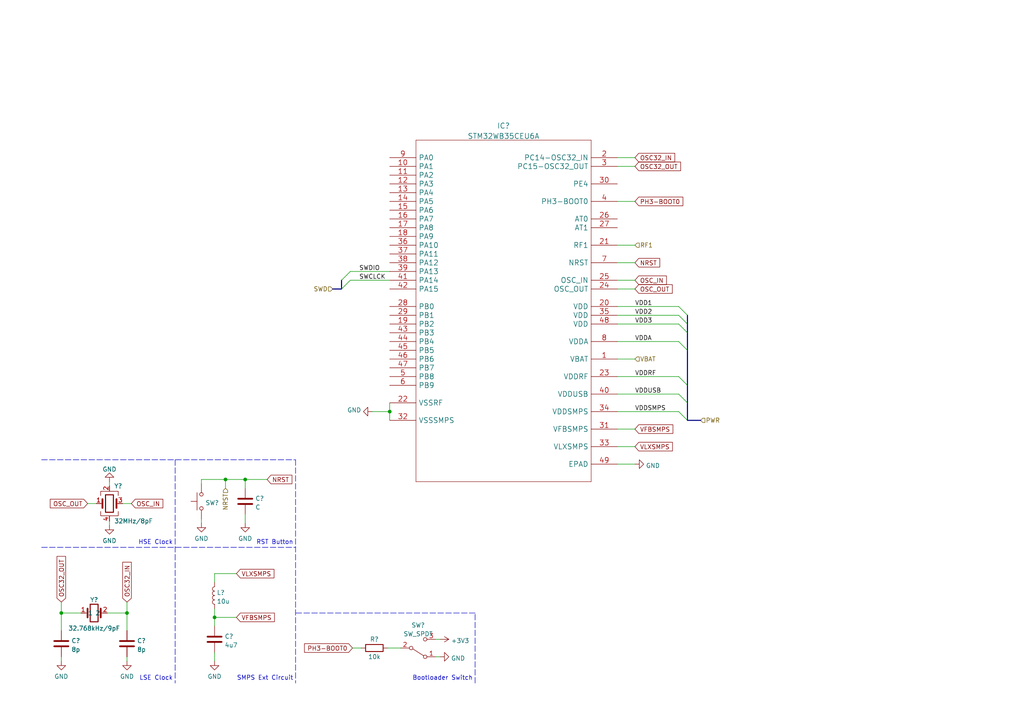
<source format=kicad_sch>
(kicad_sch (version 20211123) (generator eeschema)
  (paper "A4")
  (title_block (title "OxySwitch") (rev "1") (company "Tomas Kysela"))
  (lib_symbols
    (symbol "Device:C" (pin_numbers hide) (pin_names (offset 0.254))
      (property "Reference" "C" (at 0.635 2.54 0))
      (property "Value" "C" (at 0.635 -2.54 0))
      (symbol "C_0_1"
        (polyline (pts (xy -2.032 -0.762) (xy 2.032 -0.762)) (stroke (width 0.508)))
        (polyline (pts (xy -2.032 0.762) (xy 2.032 0.762)) (stroke (width 0.508)))
      )
      (symbol "C_1_1"
        (pin passive line (at 0 3.81 270) (length 2.794) (name "~") (number "1"))
        (pin passive line (at 0 -3.81 90) (length 2.794) (name "~") (number "2"))
      )
    )
    (symbol "Device:L" (pin_numbers hide) (pin_names (offset 1.016) hide)
      (property "Reference" "L" (at -1.27 0 90))
      (property "Value" "L" (at 1.905 0 90))
      (symbol "L_0_1"
        (arc (start 0 -2.54) (mid 0.635 -1.905) (end 0 -1.27))
        (arc (start 0 -1.27) (mid 0.635 -0.635) (end 0 0))
        (arc (start 0 0) (mid 0.635 0.635) (end 0 1.27))
        (arc (start 0 1.27) (mid 0.635 1.905) (end 0 2.54))
      )
      (symbol "L_1_1"
        (pin passive line (at 0 3.81 270) (length 1.27) (name "1") (number "1"))
        (pin passive line (at 0 -3.81 90) (length 1.27) (name "2") (number "2"))
      )
    )
    (symbol "Device:R" (pin_numbers hide) (pin_names (offset 0))
      (property "Reference" "R" (at 2.032 0 90))
      (property "Value" "R" (at 0 0 90))
      (symbol "R_0_1"
        (rectangle (start -1.016 -2.54) (end 1.016 2.54) (stroke (width 0.254)))
      )
      (symbol "R_1_1"
        (pin passive line (at 0 3.81 270) (length 1.27) (name "~") (number "1"))
        (pin passive line (at 0 -3.81 90) (length 1.27) (name "~") (number "2"))
      )
    )
    (symbol "OxySwitch:ABM11W-32.0000MHZ-8-D1X-T3" (pin_names (offset 1.016) hide)
      (property "Reference" "Y" (at 3.7084 5.1562 0))
      (property "Value" "ABM11W-32.0000MHZ-8-D1X-T3" (at 3.7084 2.6162 0))
      (symbol "ABM11W-32.0000MHZ-8-D1X-T3_0_1"
        (rectangle (start -1.143 2.54) (end 1.143 -2.54) (stroke (width 0.3048)))
        (polyline (pts (xy -2.54 0) (xy -2.032 0)))
        (polyline (pts (xy -2.032 -1.27) (xy -2.032 1.27)) (stroke (width 0.508)))
        (polyline (pts (xy 0 -3.81) (xy 0 -3.556)))
        (polyline (pts (xy 0 3.556) (xy 0 3.81)))
        (polyline (pts (xy 2.032 -1.27) (xy 2.032 1.27)) (stroke (width 0.508)))
        (polyline (pts (xy 2.032 0) (xy 2.54 0)))
        (polyline (pts (xy -2.54 -2.286) (xy -2.54 -3.556) (xy 2.54 -3.556) (xy 2.54 -2.286)))
        (polyline (pts (xy -2.54 2.286) (xy -2.54 3.556) (xy 2.54 3.556) (xy 2.54 2.286)))
      )
      (symbol "ABM11W-32.0000MHZ-8-D1X-T3_1_1"
        (pin passive line (at -3.81 0 0) (length 1.27) (name "1") (number "1"))
        (pin passive line (at 0 5.08 270) (length 1.27) (name "2") (number "2"))
        (pin passive line (at 3.81 0 180) (length 1.27) (name "3") (number "3"))
        (pin passive line (at 0 -5.08 90) (length 1.27) (name "4") (number "4"))
      )
    )
    (symbol "OxySwitch:ABS05-32.768KHZ-9-T" (pin_names (offset 0.762))
      (property "Reference" "Y" (at 8.89 6.35 0))
      (property "Value" "ABS05-32.768KHZ-9-T" (at 8.89 3.81 0))
      (symbol "ABS05-32.768KHZ-9-T_0_1"
        (rectangle (start -1.143 2.54) (end 1.143 -2.54) (stroke (width 0.3048)))
        (polyline (pts (xy -2.54 0) (xy -1.905 0)))
        (polyline (pts (xy -1.905 -1.27) (xy -1.905 1.27)) (stroke (width 0.508)))
        (polyline (pts (xy 1.905 -1.27) (xy 1.905 1.27)) (stroke (width 0.508)))
        (polyline (pts (xy 2.54 0) (xy 1.905 0)))
      )
      (symbol "ABS05-32.768KHZ-9-T_1_1"
        (pin passive line (at -3.81 0 0) (length 1.27) (name "1") (number "1"))
        (pin passive line (at 3.81 0 180) (length 1.27) (name "2") (number "2"))
      )
    )
    (symbol "OxySwitch:STM32WB35CEU6A" (pin_names (offset 0.762))
      (property "Reference" "IC" (at 33.02 10.16 0))
      (property "Value" "STM32WB35CEU6A" (at 33.02 7.62 0))
      (symbol "STM32WB35CEU6A_0_0"
        (polyline (pts (xy 7.62 -93.98) (xy 58.42 -93.98)) (stroke (width 0.127)))
        (polyline (pts (xy 7.62 5.08) (xy 7.62 -93.98)) (stroke (width 0.127)))
        (polyline (pts (xy 58.42 -93.98) (xy 58.42 5.08)) (stroke (width 0.127)))
        (polyline (pts (xy 58.42 5.08) (xy 7.62 5.08)) (stroke (width 0.127)))
        (pin power_in line (at 66.04 -58.42 180) (length 7.62) (name "VBAT") (number "1"))
        (pin bidirectional line (at 0 -2.54 0) (length 7.62) (name "PA1") (number "10"))
        (pin bidirectional line (at 0 -5.08 0) (length 7.62) (name "PA2") (number "11"))
        (pin bidirectional line (at 0 -7.62 0) (length 7.62) (name "PA3") (number "12"))
        (pin bidirectional line (at 0 -10.16 0) (length 7.62) (name "PA4") (number "13"))
        (pin bidirectional line (at 0 -12.7 0) (length 7.62) (name "PA5") (number "14"))
        (pin bidirectional line (at 0 -15.24 0) (length 7.62) (name "PA6") (number "15"))
        (pin bidirectional line (at 0 -17.78 0) (length 7.62) (name "PA7") (number "16"))
        (pin bidirectional line (at 0 -20.32 0) (length 7.62) (name "PA8") (number "17"))
        (pin bidirectional line (at 0 -22.86 0) (length 7.62) (name "PA9") (number "18"))
        (pin bidirectional line (at 0 -48.26 0) (length 7.62) (name "PB2") (number "19"))
        (pin bidirectional line (at 66.04 0 180) (length 7.62) (name "PC14-OSC32_IN") (number "2"))
        (pin power_in line (at 66.04 -43.18 180) (length 7.62) (name "VDD") (number "20"))
        (pin bidirectional line (at 66.04 -25.4 180) (length 7.62) (name "RF1") (number "21"))
        (pin power_in line (at 0 -71.12 0) (length 7.62) (name "VSSRF") (number "22"))
        (pin power_in line (at 66.04 -63.5 180) (length 7.62) (name "VDDRF") (number "23"))
        (pin output line (at 66.04 -38.1 180) (length 7.62) (name "OSC_OUT") (number "24"))
        (pin input line (at 66.04 -35.56 180) (length 7.62) (name "OSC_IN") (number "25"))
        (pin bidirectional line (at 66.04 -17.78 180) (length 7.62) (name "AT0") (number "26"))
        (pin bidirectional line (at 66.04 -20.32 180) (length 7.62) (name "AT1") (number "27"))
        (pin bidirectional line (at 0 -43.18 0) (length 7.62) (name "PB0") (number "28"))
        (pin bidirectional line (at 0 -45.72 0) (length 7.62) (name "PB1") (number "29"))
        (pin bidirectional line (at 66.04 -2.54 180) (length 7.62) (name "PC15-OSC32_OUT") (number "3"))
        (pin bidirectional line (at 66.04 -7.62 180) (length 7.62) (name "PE4") (number "30"))
        (pin power_in line (at 66.04 -78.74 180) (length 7.62) (name "VFBSMPS") (number "31"))
        (pin power_in line (at 0 -76.2 0) (length 7.62) (name "VSSSMPS") (number "32"))
        (pin power_in line (at 66.04 -83.82 180) (length 7.62) (name "VLXSMPS") (number "33"))
        (pin power_in line (at 66.04 -73.66 180) (length 7.62) (name "VDDSMPS") (number "34"))
        (pin power_in line (at 66.04 -45.72 180) (length 7.62) (name "VDD") (number "35"))
        (pin bidirectional line (at 0 -25.4 0) (length 7.62) (name "PA10") (number "36"))
        (pin bidirectional line (at 0 -27.94 0) (length 7.62) (name "PA11") (number "37"))
        (pin bidirectional line (at 0 -30.48 0) (length 7.62) (name "PA12") (number "38"))
        (pin bidirectional line (at 0 -33.02 0) (length 7.62) (name "PA13") (number "39"))
        (pin bidirectional line (at 66.04 -12.7 180) (length 7.62) (name "PH3-BOOT0") (number "4"))
        (pin power_in line (at 66.04 -68.58 180) (length 7.62) (name "VDDUSB") (number "40"))
        (pin bidirectional line (at 0 -35.56 0) (length 7.62) (name "PA14") (number "41"))
        (pin bidirectional line (at 0 -38.1 0) (length 7.62) (name "PA15") (number "42"))
        (pin bidirectional line (at 0 -50.8 0) (length 7.62) (name "PB3") (number "43"))
        (pin bidirectional line (at 0 -53.34 0) (length 7.62) (name "PB4") (number "44"))
        (pin bidirectional line (at 0 -55.88 0) (length 7.62) (name "PB5") (number "45"))
        (pin bidirectional line (at 0 -58.42 0) (length 7.62) (name "PB6") (number "46"))
        (pin bidirectional line (at 0 -60.96 0) (length 7.62) (name "PB7") (number "47"))
        (pin power_in line (at 66.04 -48.26 180) (length 7.62) (name "VDD") (number "48"))
        (pin power_in line (at 66.04 -88.9 180) (length 7.62) (name "EPAD") (number "49"))
        (pin bidirectional line (at 0 -63.5 0) (length 7.62) (name "PB8") (number "5"))
        (pin bidirectional line (at 0 -66.04 0) (length 7.62) (name "PB9") (number "6"))
        (pin bidirectional line (at 66.04 -30.48 180) (length 7.62) (name "NRST") (number "7"))
        (pin power_in line (at 66.04 -53.34 180) (length 7.62) (name "VDDA") (number "8"))
        (pin bidirectional line (at 0 0 0) (length 7.62) (name "PA0") (number "9"))
      )
    )
    (symbol "Switch:SW_Push" (pin_numbers hide) (pin_names (offset 1.016) hide)
      (property "Reference" "SW" (at 1.27 2.54 0))
      (property "Value" "SW_Push" (at 0 -1.524 0))
      (symbol "SW_Push_0_1"
        (circle (center -2.032 0) (radius 0.508))
        (polyline (pts (xy 0 1.27) (xy 0 3.048)))
        (polyline (pts (xy 2.54 1.27) (xy -2.54 1.27)))
        (circle (center 2.032 0) (radius 0.508))
        (pin passive line (at -5.08 0 0) (length 2.54) (name "1") (number "1"))
        (pin passive line (at 5.08 0 180) (length 2.54) (name "2") (number "2"))
      )
    )
    (symbol "Switch:SW_SPDT" (pin_names (offset 0) hide)
      (property "Reference" "SW" (at 0 4.318 0))
      (property "Value" "SW_SPDT" (at 0 -5.08 0))
      (symbol "SW_SPDT_0_0"
        (circle (center -2.032 0) (radius 0.508))
        (circle (center 2.032 -2.54) (radius 0.508))
      )
      (symbol "SW_SPDT_0_1"
        (polyline (pts (xy -1.524 0.254) (xy 1.651 2.286)))
        (circle (center 2.032 2.54) (radius 0.508))
      )
      (symbol "SW_SPDT_1_1"
        (pin passive line (at 5.08 2.54 180) (length 2.54) (name "A") (number "1"))
        (pin passive line (at -5.08 0 0) (length 2.54) (name "B") (number "2"))
        (pin passive line (at 5.08 -2.54 180) (length 2.54) (name "C") (number "3"))
      )
    )
    (symbol "power:+3V3" (power) (pin_names (offset 0))
      (property "Value" "+3V3" (at 0 3.556 0))
      (symbol "+3V3_0_1"
        (polyline (pts (xy -0.762 1.27) (xy 0 2.54)))
        (polyline (pts (xy 0 0) (xy 0 2.54)))
        (polyline (pts (xy 0 2.54) (xy 0.762 1.27)))
      )
      (symbol "+3V3_1_1"
        (pin power_in line (at 0 0 90) (length 0) hide (name "+3V3") (number "1"))
      )
    )
    (symbol "power:GND" (power) (pin_names (offset 0))
      (property "Value" "GND" (at 0 -3.81 0))
      (symbol "GND_0_1"
        (polyline (pts (xy 0 0) (xy 0 -1.27) (xy 1.27 -1.27) (xy 0 -2.54) (xy -1.27 -1.27) (xy 0 -1.27)))
      )
      (symbol "GND_1_1"
        (pin power_in line (at 0 0 270) (length 0) hide (name "GND") (number "1"))
      )
    )
  )
  (junction (at 36.83 177.8))
  (junction (at 65.405 139.065))
  (junction (at 17.78 177.8))
  (junction (at 113.03 119.38))
  (junction (at 71.12 139.065))
  (junction (at 62.23 179.07))
  (bus_entry (at 196.85 109.22) (size 2.54 2.54))
  (bus_entry (at 196.85 114.3) (size 2.54 2.54))
  (bus_entry (at 196.85 119.38) (size 2.54 2.54))
  (bus_entry (at 196.85 99.06) (size 2.54 2.54))
  (bus_entry (at 99.06 83.82) (size 2.54 -2.54))
  (bus_entry (at 99.06 81.28) (size 2.54 -2.54))
  (bus_entry (at 196.85 91.44) (size 2.54 2.54))
  (bus_entry (at 196.85 88.9) (size 2.54 2.54))
  (bus_entry (at 196.85 93.98) (size 2.54 2.54))
  (wire (pts (xy 36.83 177.8) (xy 36.83 182.88)))
  (wire (pts (xy 62.23 189.23) (xy 62.23 191.77)))
  (wire (pts (xy 179.07 81.28) (xy 184.15 81.28)))
  (wire (pts (xy 179.07 93.98) (xy 196.85 93.98)))
  (wire (pts (xy 113.03 119.38) (xy 113.03 121.92)))
  (polyline (pts (xy 12.065 158.75) (xy 85.725 158.75)))
  (wire (pts (xy 126.365 190.5) (xy 127.635 190.5)))
  (wire (pts (xy 179.07 114.3) (xy 196.85 114.3)))
  (wire (pts (xy 71.12 149.225) (xy 71.12 151.765)))
  (wire (pts (xy 179.07 83.82) (xy 184.15 83.82)))
  (wire (pts (xy 62.23 166.37) (xy 62.23 168.91)))
  (bus (pts (xy 99.06 83.82) (xy 96.52 83.82)))
  (bus (pts (xy 199.39 93.98) (xy 199.39 96.52)))
  (wire (pts (xy 25.4 146.05) (xy 27.94 146.05)))
  (wire (pts (xy 36.83 177.8) (xy 36.83 174.625)))
  (wire (pts (xy 101.6 81.28) (xy 113.03 81.28)))
  (wire (pts (xy 62.23 179.07) (xy 68.58 179.07)))
  (wire (pts (xy 179.07 109.22) (xy 196.85 109.22)))
  (bus (pts (xy 199.39 91.44) (xy 199.39 93.98)))
  (wire (pts (xy 126.365 185.42) (xy 127.635 185.42)))
  (wire (pts (xy 71.12 139.065) (xy 71.12 141.605)))
  (wire (pts (xy 36.83 190.5) (xy 36.83 191.77)))
  (bus (pts (xy 199.39 121.92) (xy 203.2 121.92)))
  (wire (pts (xy 179.07 134.62) (xy 184.15 134.62)))
  (wire (pts (xy 17.78 174.625) (xy 17.78 177.8)))
  (wire (pts (xy 179.07 119.38) (xy 196.85 119.38)))
  (wire (pts (xy 31.75 151.13) (xy 31.75 152.4)))
  (wire (pts (xy 179.07 71.12) (xy 184.15 71.12)))
  (polyline (pts (xy 137.795 177.8) (xy 85.725 177.8)))
  (wire (pts (xy 31.75 139.7) (xy 31.75 140.97)))
  (wire (pts (xy 102.235 187.96) (xy 104.775 187.96)))
  (polyline (pts (xy 12.065 133.35) (xy 85.725 133.35)))
  (polyline (pts (xy 50.8 133.35) (xy 50.8 198.12)))
  (wire (pts (xy 58.42 139.065) (xy 58.42 140.335)))
  (wire (pts (xy 17.78 190.5) (xy 17.78 191.77)))
  (wire (pts (xy 62.23 176.53) (xy 62.23 179.07)))
  (wire (pts (xy 179.07 88.9) (xy 196.85 88.9)))
  (wire (pts (xy 179.07 129.54) (xy 184.15 129.54)))
  (wire (pts (xy 179.07 91.44) (xy 196.85 91.44)))
  (wire (pts (xy 62.23 179.07) (xy 62.23 181.61)))
  (wire (pts (xy 31.115 177.8) (xy 36.83 177.8)))
  (bus (pts (xy 199.39 96.52) (xy 199.39 101.6)))
  (bus (pts (xy 199.39 111.76) (xy 199.39 116.84)))
  (wire (pts (xy 35.56 146.05) (xy 38.1 146.05)))
  (wire (pts (xy 179.07 99.06) (xy 196.85 99.06)))
  (bus (pts (xy 99.06 81.28) (xy 99.06 83.82)))
  (wire (pts (xy 179.07 104.14) (xy 184.15 104.14)))
  (wire (pts (xy 62.23 166.37) (xy 68.58 166.37)))
  (wire (pts (xy 17.78 182.88) (xy 17.78 177.8)))
  (wire (pts (xy 77.47 139.065) (xy 71.12 139.065)))
  (wire (pts (xy 179.07 124.46) (xy 184.15 124.46)))
  (wire (pts (xy 112.395 187.96) (xy 116.205 187.96)))
  (wire (pts (xy 65.405 139.065) (xy 58.42 139.065)))
  (wire (pts (xy 179.07 45.72) (xy 184.15 45.72)))
  (wire (pts (xy 101.6 78.74) (xy 113.03 78.74)))
  (wire (pts (xy 71.12 139.065) (xy 65.405 139.065)))
  (polyline (pts (xy 137.795 198.12) (xy 137.795 177.8)))
  (wire (pts (xy 17.78 177.8) (xy 23.495 177.8)))
  (wire (pts (xy 179.07 76.2) (xy 184.15 76.2)))
  (wire (pts (xy 113.03 119.38) (xy 113.03 116.84)))
  (wire (pts (xy 179.07 48.26) (xy 184.15 48.26)))
  (wire (pts (xy 65.405 139.065) (xy 65.405 141.605)))
  (bus (pts (xy 199.39 116.84) (xy 199.39 121.92)))
  (bus (pts (xy 199.39 101.6) (xy 199.39 111.76)))
  (wire (pts (xy 58.42 150.495) (xy 58.42 151.765)))
  (polyline (pts (xy 85.725 133.35) (xy 85.725 198.12)))
  (wire (pts (xy 113.03 119.38) (xy 107.95 119.38)))
  (wire (pts (xy 179.07 58.42) (xy 184.15 58.42)))
  (text "Bootloader Switch" (at 137.16 197.485 180) (effects (font (size 1.27 1.27)) (justify right bottom)))
  (text "RST Button" (at 85.09 158.115 180) (effects (font (size 1.27 1.27)) (justify right bottom)))
  (text "HSE Clock" (at 50.165 158.115 180) (effects (font (size 1.27 1.27)) (justify right bottom)))
  (text "SMPS Ext Circuit" (at 85.09 197.485 180) (effects (font (size 1.27 1.27)) (justify right bottom)))
  (text "LSE Clock" (at 50.165 197.485 180) (effects (font (size 1.27 1.27)) (justify right bottom)))
  (label "VDDA" (at 184.15 99.06 0))
  (label "SWDIO" (at 104.14 78.74 0))
  (label "SWCLCK" (at 104.14 81.28 0))
  (label "VDDSMPS" (at 184.15 119.38 0))
  (label "VDD3" (at 184.15 93.98 0))
  (label "VDDUSB" (at 184.15 114.3 0))
  (label "VDD1" (at 184.15 88.9 0))
  (label "VDDRF" (at 184.15 109.22 0))
  (label "VDD2" (at 184.15 91.44 0))
  (global_label "OSC_OUT" (shape input) (at 25.4 146.05 180) (property "Intersheet References" "${INTERSHEET_REFS}" (effects hide)))
  (global_label "NRST" (shape input) (at 77.47 139.065 0) (property "Intersheet References" "${INTERSHEET_REFS}" (effects hide)))
  (global_label "OSC_OUT" (shape input) (at 184.15 83.82 0) (property "Intersheet References" "${INTERSHEET_REFS}" (effects hide)))
  (global_label "OSC32_IN" (shape input) (at 184.15 45.72 0) (property "Intersheet References" "${INTERSHEET_REFS}" (effects hide)))
  (global_label "PH3-BOOT0" (shape input) (at 184.15 58.42 0) (property "Intersheet References" "${INTERSHEET_REFS}" (effects hide)))
  (global_label "NRST" (shape input) (at 184.15 76.2 0) (property "Intersheet References" "${INTERSHEET_REFS}" (effects hide)))
  (global_label "VFBSMPS" (shape input) (at 68.58 179.07 0) (property "Intersheet References" "${INTERSHEET_REFS}" (effects hide)))
  (global_label "VFBSMPS" (shape input) (at 184.15 124.46 0) (property "Intersheet References" "${INTERSHEET_REFS}" (effects hide)))
  (global_label "OSC32_OUT" (shape input) (at 17.78 174.625 90) (property "Intersheet References" "${INTERSHEET_REFS}" (effects hide)))
  (global_label "OSC_IN" (shape input) (at 184.15 81.28 0) (property "Intersheet References" "${INTERSHEET_REFS}" (effects hide)))
  (global_label "OSC32_IN" (shape input) (at 36.83 174.625 90) (property "Intersheet References" "${INTERSHEET_REFS}" (effects hide)))
  (global_label "OSC32_OUT" (shape input) (at 184.15 48.26 0) (property "Intersheet References" "${INTERSHEET_REFS}" (effects hide)))
  (global_label "VLXSMPS" (shape input) (at 68.58 166.37 0) (property "Intersheet References" "${INTERSHEET_REFS}" (effects hide)))
  (global_label "PH3-BOOT0" (shape input) (at 102.235 187.96 180) (property "Intersheet References" "${INTERSHEET_REFS}" (effects hide)))
  (global_label "VLXSMPS" (shape input) (at 184.15 129.54 0) (property "Intersheet References" "${INTERSHEET_REFS}" (effects hide)))
  (global_label "OSC_IN" (shape input) (at 38.1 146.05 0) (property "Intersheet References" "${INTERSHEET_REFS}" (effects hide)))
  (hierarchical_label "PWR" (shape input) (at 203.2 121.92 0))
  (hierarchical_label "VBAT" (shape input) (at 184.15 104.14 0))
  (hierarchical_label "SWD" (shape input) (at 96.52 83.82 180))
  (hierarchical_label "NRST" (shape input) (at 65.405 141.605 270))
  (hierarchical_label "RF1" (shape input) (at 184.15 71.12 0))
  (symbol (lib_id "Device:C") (at 17.78 186.69 0) (unit 1)
    (property "Reference" "C?" (at 20.701 185.8553 0) (effects (justify left)))
    (property "Value" "8p" (at 20.701 188.3922 0) (effects (justify left)))
  )
  (symbol (lib_id "power:GND") (at 62.23 191.77 0) (unit 1)
    (property "Reference" "#PWR?" (effects hide))
    (property "Value" "GND" (at 62.23 196.2134 0))
  )
  (symbol (lib_id "power:GND") (at 36.83 191.77 0) (unit 1)
    (property "Reference" "#PWR?" (effects hide))
    (property "Value" "GND" (at 36.83 196.2134 0))
  )
  (symbol (lib_id "Device:C") (at 71.12 145.415 0) (unit 1)
    (property "Reference" "C?" (at 74.041 144.5803 0) (effects (justify left)))
    (property "Value" "C" (at 74.041 147.1172 0) (effects (justify left)))
  )
  (symbol (lib_id "Switch:SW_Push") (at 58.42 145.415 90) (unit 1)
    (property "Reference" "SW?" (at 59.563 145.8488 90) (effects (justify right)))
    (property "Value" "SW_Push" (effects hide))
  )
  (symbol (lib_id "power:GND") (at 127.635 190.5 90) (unit 1)
    (property "Reference" "#PWR?" (effects hide))
    (property "Value" "GND" (at 130.81 190.9338 90) (effects (justify right)))
  )
  (symbol (lib_id "Device:L") (at 62.23 172.72 180) (unit 1)
    (property "Reference" "L?" (at 62.865 171.8853 0) (effects (justify right)))
    (property "Value" "10u" (at 62.865 174.4222 0) (effects (justify right)))
  )
  (symbol (lib_id "power:+3V3") (at 127.635 185.42 270) (unit 1)
    (property "Reference" "#PWR?" (effects hide))
    (property "Value" "+3V3" (at 130.81 185.8538 90) (effects (justify left)))
  )
  (symbol (lib_id "OxySwitch:STM32WB35CEU6A") (at 113.03 45.72 0) (unit 1)
    (property "Reference" "IC?" (at 146.05 36.4924 0) (effects (font (size 1.524 1.524))))
    (property "Value" "STM32WB35CEU6A" (at 146.05 39.4858 0) (effects (font (size 1.524 1.524))))
    (property "Footprint" "OxySwitch:STM32WB35CEU6A" (effects hide))
    (property "Datasheet" "https://www.st.com/resource/en/datasheet/stm32wb35ce.pdf" (effects hide))
    (property "Height" "0.6" (effects hide))
    (property "Manufacturer_Name" "STMicroelectronics" (effects hide))
    (property "Manufacturer_Part_Number" "STM32WB35CEU6A" (effects hide))
    (property "Mouser Part Number" "511-STM32WB35CEU6A" (effects hide))
    (property "Mouser Price/Stock" "https://www.mouser.co.uk/ProductDetail/STMicroelectronics/STM32WB35CEU6A?qs=DPoM0jnrROX%252BdiHaOx6y1Q%3D%3D" (effects hide))
  )
  (symbol (lib_id "power:GND") (at 17.78 191.77 0) (unit 1)
    (property "Reference" "#PWR?" (effects hide))
    (property "Value" "GND" (at 17.78 196.2134 0))
  )
  (symbol (lib_id "Device:R") (at 108.585 187.96 90) (unit 1)
    (property "Reference" "R?" (at 108.585 185.42 90))
    (property "Value" "10k" (at 108.585 190.5 90))
  )
  (symbol (lib_id "OxySwitch:ABS05-32.768KHZ-9-T") (at 27.305 177.8 0) (unit 1)
    (property "Reference" "Y?" (at 27.305 173.99 0))
    (property "Value" "32.768kHz/9pF" (at 27.305 182.245 0))
    (property "Footprint" "ABS0532768KHZ9T" (effects hide))
    (property "Datasheet" "http://www.abracon.com/Resonators/ABS05.pdf" (effects hide))
    (property "Description" "Crystals 32.768KHz 9.0pF 20ppm -40C +85C" (effects hide))
    (property "Height" "0.5" (effects hide))
    (property "Manufacturer_Name" "ABRACON" (effects hide))
    (property "Manufacturer_Part_Number" "ABS05-32.768KHZ-9-T" (effects hide))
    (property "Mouser Part Number" "815-ABS05-32.768K9T" (effects hide))
    (property "Mouser Price/Stock" "https://www.mouser.co.uk/ProductDetail/ABRACON/ABS05-32768KHZ-9-T?qs=Pyu0ZBy%2FIJbsNYnIET1z3A%3D%3D" (effects hide))
    (property "Arrow Part Number" "ABS05-32.768KHZ-9-T" (effects hide))
    (property "Arrow Price/Stock" "https://www.arrow.com/en/products/abs05-32.768khz-9-t/abracon?region=nac" (effects hide))
  )
  (symbol (lib_id "power:GND") (at 107.95 119.38 270) (unit 1)
    (property "Reference" "#PWR?" (effects hide))
    (property "Value" "GND" (at 104.775 118.9462 90) (effects (justify right)))
  )
  (symbol (lib_id "power:GND") (at 58.42 151.765 0) (unit 1)
    (property "Reference" "#PWR?" (effects hide))
    (property "Value" "GND" (at 58.42 156.2084 0))
  )
  (symbol (lib_id "Device:C") (at 36.83 186.69 0) (unit 1)
    (property "Reference" "C?" (at 39.751 185.8553 0) (effects (justify left)))
    (property "Value" "8p" (at 39.751 188.3922 0) (effects (justify left)))
  )
  (symbol (lib_id "power:GND") (at 71.12 151.765 0) (unit 1)
    (property "Reference" "#PWR?" (effects hide))
    (property "Value" "GND" (at 71.12 156.2084 0))
  )
  (symbol (lib_id "power:GND") (at 31.75 152.4 0) (unit 1)
    (property "Reference" "#PWR?" (effects hide))
    (property "Value" "GND" (at 31.75 156.8434 0))
  )
  (symbol (lib_id "Switch:SW_SPDT") (at 121.285 187.96 0) (mirror x) (unit 1)
    (property "Reference" "SW?" (at 121.285 181.3392 0))
    (property "Value" "SW_SPDT" (at 121.285 183.8761 0))
  )
  (symbol (lib_id "OxySwitch:ABM11W-32.0000MHZ-8-D1X-T3") (at 31.75 146.05 0) (unit 1)
    (property "Reference" "Y?" (at 34.29 140.97 0))
    (property "Value" "32MHz/8pF" (at 38.735 151.13 0))
    (property "Footprint" "ABM11W300000MHZ4B1UT3" (effects hide))
    (property "Datasheet" "https://abracon.com/Resonators/ABM11W.pdf" (effects hide))
    (property "Description" "Crystals 32MHz 8pF -40C +85C 10ppm" (effects hide))
    (property "Height" "0" (effects hide))
    (property "Manufacturer_Name" "ABRACON" (effects hide))
    (property "Manufacturer_Part_Number" "ABM11W-32.0000MHZ-8-D1X-T3" (effects hide))
    (property "Mouser Part Number" "815-11W32-8D1XT" (effects hide))
    (property "Mouser Price/Stock" "https://www.mouser.co.uk/ProductDetail/ABRACON/ABM11W-320000MHZ-8-D1X-T3?qs=5aG0NVq1C4w%2FiYWPNmU4OQ%3D%3D" (effects hide))
    (property "Arrow Part Number" "ABM11W-32.0000MHZ-8-D1X-T3" (effects hide))
    (property "Arrow Price/Stock" "https://www.arrow.com/en/products/abm11w-32.0000mhz-8-d1x-t3/abracon" (effects hide))
  )
  (symbol (lib_id "power:GND") (at 31.75 139.7 180) (unit 1)
    (property "Reference" "#PWR?" (effects hide))
    (property "Value" "GND" (at 31.75 136.1242 0))
  )
  (symbol (lib_id "Device:C") (at 62.23 185.42 0) (unit 1)
    (property "Reference" "C?" (at 65.151 184.5853 0) (effects (justify left)))
    (property "Value" "4u7" (at 65.151 187.1222 0) (effects (justify left)))
  )
  (symbol (lib_id "power:GND") (at 184.15 134.62 90) (unit 1)
    (property "Reference" "#PWR?" (effects hide))
    (property "Value" "GND" (at 187.325 135.0538 90) (effects (justify right)))
  )
)
</source>
